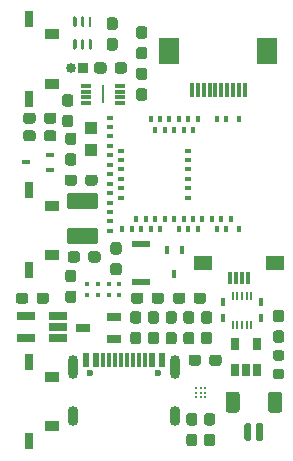
<source format=gbr>
%TF.GenerationSoftware,KiCad,Pcbnew,(5.99.0-2309-gaf729d578)*%
%TF.CreationDate,2020-08-01T12:07:06-04:00*%
%TF.ProjectId,mk2,6d6b322e-6b69-4636-9164-5f7063625858,rev?*%
%TF.SameCoordinates,Original*%
%TF.FileFunction,Soldermask,Top*%
%TF.FilePolarity,Negative*%
%FSLAX46Y46*%
G04 Gerber Fmt 4.6, Leading zero omitted, Abs format (unit mm)*
G04 Created by KiCad (PCBNEW (5.99.0-2309-gaf729d578)) date 2020-08-01 12:07:06*
%MOMM*%
%LPD*%
G01*
G04 APERTURE LIST*
%ADD10R,0.450000X0.655000*%
%ADD11R,0.230000X0.750000*%
%ADD12R,1.650000X1.300000*%
%ADD13R,0.300000X1.000000*%
%ADD14R,0.400000X0.420000*%
%ADD15C,0.229500*%
%ADD16R,0.292474X0.965347*%
%ADD17R,0.200000X1.600000*%
%ADD18R,0.890000X0.300000*%
%ADD19R,0.300000X1.300000*%
%ADD20R,1.800000X2.200000*%
%ADD21O,0.850000X0.850000*%
%ADD22R,0.850000X0.850000*%
%ADD23R,0.700000X0.450000*%
%ADD24R,0.600000X1.160000*%
%ADD25C,0.600000*%
%ADD26R,0.300000X1.160000*%
%ADD27O,0.900000X1.700000*%
%ADD28O,0.900000X2.000000*%
%ADD29R,0.800000X1.450000*%
%ADD30R,1.270000X0.900000*%
%ADD31R,0.450000X0.700000*%
%ADD32R,1.100000X1.050000*%
%ADD33R,0.650000X1.060000*%
%ADD34R,1.560000X0.650000*%
%ADD35R,1.500000X0.550000*%
%ADD36R,0.400000X0.600000*%
%ADD37R,0.600000X0.400000*%
%ADD38R,1.220000X0.650000*%
G04 APERTURE END LIST*
%TO.C,R16*%
G36*
G01*
X14025000Y-21512500D02*
X14025000Y-21987500D01*
G75*
G02*
X13787500Y-22225000I-237500J0D01*
G01*
X13212500Y-22225000D01*
G75*
G02*
X12975000Y-21987500I0J237500D01*
G01*
X12975000Y-21512500D01*
G75*
G02*
X13212500Y-21275000I237500J0D01*
G01*
X13787500Y-21275000D01*
G75*
G02*
X14025000Y-21512500I0J-237500D01*
G01*
G37*
G36*
G01*
X15775000Y-21512500D02*
X15775000Y-21987500D01*
G75*
G02*
X15537500Y-22225000I-237500J0D01*
G01*
X14962500Y-22225000D01*
G75*
G02*
X14725000Y-21987500I0J237500D01*
G01*
X14725000Y-21512500D01*
G75*
G02*
X14962500Y-21275000I237500J0D01*
G01*
X15537500Y-21275000D01*
G75*
G02*
X15775000Y-21512500I0J-237500D01*
G01*
G37*
%TD*%
%TO.C,R15*%
G36*
G01*
X14025000Y-23012500D02*
X14025000Y-23487500D01*
G75*
G02*
X13787500Y-23725000I-237500J0D01*
G01*
X13212500Y-23725000D01*
G75*
G02*
X12975000Y-23487500I0J237500D01*
G01*
X12975000Y-23012500D01*
G75*
G02*
X13212500Y-22775000I237500J0D01*
G01*
X13787500Y-22775000D01*
G75*
G02*
X14025000Y-23012500I0J-237500D01*
G01*
G37*
G36*
G01*
X15775000Y-23012500D02*
X15775000Y-23487500D01*
G75*
G02*
X15537500Y-23725000I-237500J0D01*
G01*
X14962500Y-23725000D01*
G75*
G02*
X14725000Y-23487500I0J237500D01*
G01*
X14725000Y-23012500D01*
G75*
G02*
X14962500Y-22775000I237500J0D01*
G01*
X15537500Y-22775000D01*
G75*
G02*
X15775000Y-23012500I0J-237500D01*
G01*
G37*
%TD*%
%TO.C,R14*%
G36*
G01*
X23850000Y-37237500D02*
X23850000Y-36762500D01*
G75*
G02*
X24087500Y-36525000I237500J0D01*
G01*
X24662500Y-36525000D01*
G75*
G02*
X24900000Y-36762500I0J-237500D01*
G01*
X24900000Y-37237500D01*
G75*
G02*
X24662500Y-37475000I-237500J0D01*
G01*
X24087500Y-37475000D01*
G75*
G02*
X23850000Y-37237500I0J237500D01*
G01*
G37*
G36*
G01*
X22100000Y-37237500D02*
X22100000Y-36762500D01*
G75*
G02*
X22337500Y-36525000I237500J0D01*
G01*
X22912500Y-36525000D01*
G75*
G02*
X23150000Y-36762500I0J-237500D01*
G01*
X23150000Y-37237500D01*
G75*
G02*
X22912500Y-37475000I-237500J0D01*
G01*
X22337500Y-37475000D01*
G75*
G02*
X22100000Y-37237500I0J237500D01*
G01*
G37*
%TD*%
%TO.C,R13*%
G36*
G01*
X27401000Y-37237500D02*
X27401000Y-36762500D01*
G75*
G02*
X27638500Y-36525000I237500J0D01*
G01*
X28213500Y-36525000D01*
G75*
G02*
X28451000Y-36762500I0J-237500D01*
G01*
X28451000Y-37237500D01*
G75*
G02*
X28213500Y-37475000I-237500J0D01*
G01*
X27638500Y-37475000D01*
G75*
G02*
X27401000Y-37237500I0J237500D01*
G01*
G37*
G36*
G01*
X25651000Y-37237500D02*
X25651000Y-36762500D01*
G75*
G02*
X25888500Y-36525000I237500J0D01*
G01*
X26463500Y-36525000D01*
G75*
G02*
X26701000Y-36762500I0J-237500D01*
G01*
X26701000Y-37237500D01*
G75*
G02*
X26463500Y-37475000I-237500J0D01*
G01*
X25888500Y-37475000D01*
G75*
G02*
X25651000Y-37237500I0J237500D01*
G01*
G37*
%TD*%
%TO.C,R12*%
G36*
G01*
X27237500Y-39150000D02*
X26762500Y-39150000D01*
G75*
G02*
X26525000Y-38912500I0J237500D01*
G01*
X26525000Y-38337500D01*
G75*
G02*
X26762500Y-38100000I237500J0D01*
G01*
X27237500Y-38100000D01*
G75*
G02*
X27475000Y-38337500I0J-237500D01*
G01*
X27475000Y-38912500D01*
G75*
G02*
X27237500Y-39150000I-237500J0D01*
G01*
G37*
G36*
G01*
X27237500Y-40900000D02*
X26762500Y-40900000D01*
G75*
G02*
X26525000Y-40662500I0J237500D01*
G01*
X26525000Y-40087500D01*
G75*
G02*
X26762500Y-39850000I237500J0D01*
G01*
X27237500Y-39850000D01*
G75*
G02*
X27475000Y-40087500I0J-237500D01*
G01*
X27475000Y-40662500D01*
G75*
G02*
X27237500Y-40900000I-237500J0D01*
G01*
G37*
%TD*%
%TO.C,R11*%
G36*
G01*
X22737500Y-39150000D02*
X22262500Y-39150000D01*
G75*
G02*
X22025000Y-38912500I0J237500D01*
G01*
X22025000Y-38337500D01*
G75*
G02*
X22262500Y-38100000I237500J0D01*
G01*
X22737500Y-38100000D01*
G75*
G02*
X22975000Y-38337500I0J-237500D01*
G01*
X22975000Y-38912500D01*
G75*
G02*
X22737500Y-39150000I-237500J0D01*
G01*
G37*
G36*
G01*
X22737500Y-40900000D02*
X22262500Y-40900000D01*
G75*
G02*
X22025000Y-40662500I0J237500D01*
G01*
X22025000Y-40087500D01*
G75*
G02*
X22262500Y-39850000I237500J0D01*
G01*
X22737500Y-39850000D01*
G75*
G02*
X22975000Y-40087500I0J-237500D01*
G01*
X22975000Y-40662500D01*
G75*
G02*
X22737500Y-40900000I-237500J0D01*
G01*
G37*
%TD*%
%TO.C,R9*%
G36*
G01*
X28262500Y-39850000D02*
X28737500Y-39850000D01*
G75*
G02*
X28975000Y-40087500I0J-237500D01*
G01*
X28975000Y-40662500D01*
G75*
G02*
X28737500Y-40900000I-237500J0D01*
G01*
X28262500Y-40900000D01*
G75*
G02*
X28025000Y-40662500I0J237500D01*
G01*
X28025000Y-40087500D01*
G75*
G02*
X28262500Y-39850000I237500J0D01*
G01*
G37*
G36*
G01*
X28262500Y-38100000D02*
X28737500Y-38100000D01*
G75*
G02*
X28975000Y-38337500I0J-237500D01*
G01*
X28975000Y-38912500D01*
G75*
G02*
X28737500Y-39150000I-237500J0D01*
G01*
X28262500Y-39150000D01*
G75*
G02*
X28025000Y-38912500I0J237500D01*
G01*
X28025000Y-38337500D01*
G75*
G02*
X28262500Y-38100000I237500J0D01*
G01*
G37*
%TD*%
%TO.C,R6*%
G36*
G01*
X21065500Y-33305000D02*
X20590500Y-33305000D01*
G75*
G02*
X20353000Y-33067500I0J237500D01*
G01*
X20353000Y-32492500D01*
G75*
G02*
X20590500Y-32255000I237500J0D01*
G01*
X21065500Y-32255000D01*
G75*
G02*
X21303000Y-32492500I0J-237500D01*
G01*
X21303000Y-33067500D01*
G75*
G02*
X21065500Y-33305000I-237500J0D01*
G01*
G37*
G36*
G01*
X21065500Y-35055000D02*
X20590500Y-35055000D01*
G75*
G02*
X20353000Y-34817500I0J237500D01*
G01*
X20353000Y-34242500D01*
G75*
G02*
X20590500Y-34005000I237500J0D01*
G01*
X21065500Y-34005000D01*
G75*
G02*
X21303000Y-34242500I0J-237500D01*
G01*
X21303000Y-34817500D01*
G75*
G02*
X21065500Y-35055000I-237500J0D01*
G01*
G37*
%TD*%
%TO.C,R5*%
G36*
G01*
X34356500Y-39725000D02*
X34831500Y-39725000D01*
G75*
G02*
X35069000Y-39962500I0J-237500D01*
G01*
X35069000Y-40537500D01*
G75*
G02*
X34831500Y-40775000I-237500J0D01*
G01*
X34356500Y-40775000D01*
G75*
G02*
X34119000Y-40537500I0J237500D01*
G01*
X34119000Y-39962500D01*
G75*
G02*
X34356500Y-39725000I237500J0D01*
G01*
G37*
G36*
G01*
X34356500Y-37975000D02*
X34831500Y-37975000D01*
G75*
G02*
X35069000Y-38212500I0J-237500D01*
G01*
X35069000Y-38787500D01*
G75*
G02*
X34831500Y-39025000I-237500J0D01*
G01*
X34356500Y-39025000D01*
G75*
G02*
X34119000Y-38787500I0J237500D01*
G01*
X34119000Y-38212500D01*
G75*
G02*
X34356500Y-37975000I237500J0D01*
G01*
G37*
%TD*%
%TO.C,R4*%
G36*
G01*
X25262500Y-39850000D02*
X25737500Y-39850000D01*
G75*
G02*
X25975000Y-40087500I0J-237500D01*
G01*
X25975000Y-40662500D01*
G75*
G02*
X25737500Y-40900000I-237500J0D01*
G01*
X25262500Y-40900000D01*
G75*
G02*
X25025000Y-40662500I0J237500D01*
G01*
X25025000Y-40087500D01*
G75*
G02*
X25262500Y-39850000I237500J0D01*
G01*
G37*
G36*
G01*
X25262500Y-38100000D02*
X25737500Y-38100000D01*
G75*
G02*
X25975000Y-38337500I0J-237500D01*
G01*
X25975000Y-38912500D01*
G75*
G02*
X25737500Y-39150000I-237500J0D01*
G01*
X25262500Y-39150000D01*
G75*
G02*
X25025000Y-38912500I0J237500D01*
G01*
X25025000Y-38337500D01*
G75*
G02*
X25262500Y-38100000I237500J0D01*
G01*
G37*
%TD*%
%TO.C,R3*%
G36*
G01*
X23762500Y-39850000D02*
X24237500Y-39850000D01*
G75*
G02*
X24475000Y-40087500I0J-237500D01*
G01*
X24475000Y-40662500D01*
G75*
G02*
X24237500Y-40900000I-237500J0D01*
G01*
X23762500Y-40900000D01*
G75*
G02*
X23525000Y-40662500I0J237500D01*
G01*
X23525000Y-40087500D01*
G75*
G02*
X23762500Y-39850000I237500J0D01*
G01*
G37*
G36*
G01*
X23762500Y-38100000D02*
X24237500Y-38100000D01*
G75*
G02*
X24475000Y-38337500I0J-237500D01*
G01*
X24475000Y-38912500D01*
G75*
G02*
X24237500Y-39150000I-237500J0D01*
G01*
X23762500Y-39150000D01*
G75*
G02*
X23525000Y-38912500I0J237500D01*
G01*
X23525000Y-38337500D01*
G75*
G02*
X23762500Y-38100000I237500J0D01*
G01*
G37*
%TD*%
%TO.C,C20*%
G36*
G01*
X28025000Y-42012500D02*
X28025000Y-42487500D01*
G75*
G02*
X27787500Y-42725000I-237500J0D01*
G01*
X27212500Y-42725000D01*
G75*
G02*
X26975000Y-42487500I0J237500D01*
G01*
X26975000Y-42012500D01*
G75*
G02*
X27212500Y-41775000I237500J0D01*
G01*
X27787500Y-41775000D01*
G75*
G02*
X28025000Y-42012500I0J-237500D01*
G01*
G37*
G36*
G01*
X29775000Y-42012500D02*
X29775000Y-42487500D01*
G75*
G02*
X29537500Y-42725000I-237500J0D01*
G01*
X28962500Y-42725000D01*
G75*
G02*
X28725000Y-42487500I0J237500D01*
G01*
X28725000Y-42012500D01*
G75*
G02*
X28962500Y-41775000I237500J0D01*
G01*
X29537500Y-41775000D01*
G75*
G02*
X29775000Y-42012500I0J-237500D01*
G01*
G37*
%TD*%
%TO.C,C10*%
G36*
G01*
X27487500Y-47775000D02*
X27012500Y-47775000D01*
G75*
G02*
X26775000Y-47537500I0J237500D01*
G01*
X26775000Y-46962500D01*
G75*
G02*
X27012500Y-46725000I237500J0D01*
G01*
X27487500Y-46725000D01*
G75*
G02*
X27725000Y-46962500I0J-237500D01*
G01*
X27725000Y-47537500D01*
G75*
G02*
X27487500Y-47775000I-237500J0D01*
G01*
G37*
G36*
G01*
X27487500Y-49525000D02*
X27012500Y-49525000D01*
G75*
G02*
X26775000Y-49287500I0J237500D01*
G01*
X26775000Y-48712500D01*
G75*
G02*
X27012500Y-48475000I237500J0D01*
G01*
X27487500Y-48475000D01*
G75*
G02*
X27725000Y-48712500I0J-237500D01*
G01*
X27725000Y-49287500D01*
G75*
G02*
X27487500Y-49525000I-237500J0D01*
G01*
G37*
%TD*%
%TO.C,C9*%
G36*
G01*
X23237500Y-15025000D02*
X22762500Y-15025000D01*
G75*
G02*
X22525000Y-14787500I0J237500D01*
G01*
X22525000Y-14212500D01*
G75*
G02*
X22762500Y-13975000I237500J0D01*
G01*
X23237500Y-13975000D01*
G75*
G02*
X23475000Y-14212500I0J-237500D01*
G01*
X23475000Y-14787500D01*
G75*
G02*
X23237500Y-15025000I-237500J0D01*
G01*
G37*
G36*
G01*
X23237500Y-16775000D02*
X22762500Y-16775000D01*
G75*
G02*
X22525000Y-16537500I0J237500D01*
G01*
X22525000Y-15962500D01*
G75*
G02*
X22762500Y-15725000I237500J0D01*
G01*
X23237500Y-15725000D01*
G75*
G02*
X23475000Y-15962500I0J-237500D01*
G01*
X23475000Y-16537500D01*
G75*
G02*
X23237500Y-16775000I-237500J0D01*
G01*
G37*
%TD*%
%TO.C,C8*%
G36*
G01*
X23237500Y-18525000D02*
X22762500Y-18525000D01*
G75*
G02*
X22525000Y-18287500I0J237500D01*
G01*
X22525000Y-17712500D01*
G75*
G02*
X22762500Y-17475000I237500J0D01*
G01*
X23237500Y-17475000D01*
G75*
G02*
X23475000Y-17712500I0J-237500D01*
G01*
X23475000Y-18287500D01*
G75*
G02*
X23237500Y-18525000I-237500J0D01*
G01*
G37*
G36*
G01*
X23237500Y-20275000D02*
X22762500Y-20275000D01*
G75*
G02*
X22525000Y-20037500I0J237500D01*
G01*
X22525000Y-19462500D01*
G75*
G02*
X22762500Y-19225000I237500J0D01*
G01*
X23237500Y-19225000D01*
G75*
G02*
X23475000Y-19462500I0J-237500D01*
G01*
X23475000Y-20037500D01*
G75*
G02*
X23237500Y-20275000I-237500J0D01*
G01*
G37*
%TD*%
%TO.C,C7*%
G36*
G01*
X28512500Y-48475000D02*
X28987500Y-48475000D01*
G75*
G02*
X29225000Y-48712500I0J-237500D01*
G01*
X29225000Y-49287500D01*
G75*
G02*
X28987500Y-49525000I-237500J0D01*
G01*
X28512500Y-49525000D01*
G75*
G02*
X28275000Y-49287500I0J237500D01*
G01*
X28275000Y-48712500D01*
G75*
G02*
X28512500Y-48475000I237500J0D01*
G01*
G37*
G36*
G01*
X28512500Y-46725000D02*
X28987500Y-46725000D01*
G75*
G02*
X29225000Y-46962500I0J-237500D01*
G01*
X29225000Y-47537500D01*
G75*
G02*
X28987500Y-47775000I-237500J0D01*
G01*
X28512500Y-47775000D01*
G75*
G02*
X28275000Y-47537500I0J237500D01*
G01*
X28275000Y-46962500D01*
G75*
G02*
X28512500Y-46725000I237500J0D01*
G01*
G37*
%TD*%
%TO.C,C6*%
G36*
G01*
X20025000Y-17262500D02*
X20025000Y-17737500D01*
G75*
G02*
X19787500Y-17975000I-237500J0D01*
G01*
X19212500Y-17975000D01*
G75*
G02*
X18975000Y-17737500I0J237500D01*
G01*
X18975000Y-17262500D01*
G75*
G02*
X19212500Y-17025000I237500J0D01*
G01*
X19787500Y-17025000D01*
G75*
G02*
X20025000Y-17262500I0J-237500D01*
G01*
G37*
G36*
G01*
X21775000Y-17262500D02*
X21775000Y-17737500D01*
G75*
G02*
X21537500Y-17975000I-237500J0D01*
G01*
X20962500Y-17975000D01*
G75*
G02*
X20725000Y-17737500I0J237500D01*
G01*
X20725000Y-17262500D01*
G75*
G02*
X20962500Y-17025000I237500J0D01*
G01*
X21537500Y-17025000D01*
G75*
G02*
X21775000Y-17262500I0J-237500D01*
G01*
G37*
%TD*%
%TO.C,C4*%
G36*
G01*
X16762500Y-36350000D02*
X17237500Y-36350000D01*
G75*
G02*
X17475000Y-36587500I0J-237500D01*
G01*
X17475000Y-37162500D01*
G75*
G02*
X17237500Y-37400000I-237500J0D01*
G01*
X16762500Y-37400000D01*
G75*
G02*
X16525000Y-37162500I0J237500D01*
G01*
X16525000Y-36587500D01*
G75*
G02*
X16762500Y-36350000I237500J0D01*
G01*
G37*
G36*
G01*
X16762500Y-34600000D02*
X17237500Y-34600000D01*
G75*
G02*
X17475000Y-34837500I0J-237500D01*
G01*
X17475000Y-35412500D01*
G75*
G02*
X17237500Y-35650000I-237500J0D01*
G01*
X16762500Y-35650000D01*
G75*
G02*
X16525000Y-35412500I0J237500D01*
G01*
X16525000Y-34837500D01*
G75*
G02*
X16762500Y-34600000I237500J0D01*
G01*
G37*
%TD*%
%TO.C,C3*%
G36*
G01*
X17525000Y-26762500D02*
X17525000Y-27237500D01*
G75*
G02*
X17287500Y-27475000I-237500J0D01*
G01*
X16712500Y-27475000D01*
G75*
G02*
X16475000Y-27237500I0J237500D01*
G01*
X16475000Y-26762500D01*
G75*
G02*
X16712500Y-26525000I237500J0D01*
G01*
X17287500Y-26525000D01*
G75*
G02*
X17525000Y-26762500I0J-237500D01*
G01*
G37*
G36*
G01*
X19275000Y-26762500D02*
X19275000Y-27237500D01*
G75*
G02*
X19037500Y-27475000I-237500J0D01*
G01*
X18462500Y-27475000D01*
G75*
G02*
X18225000Y-27237500I0J237500D01*
G01*
X18225000Y-26762500D01*
G75*
G02*
X18462500Y-26525000I237500J0D01*
G01*
X19037500Y-26525000D01*
G75*
G02*
X19275000Y-26762500I0J-237500D01*
G01*
G37*
%TD*%
%TO.C,C2*%
G36*
G01*
X16762500Y-24725000D02*
X17237500Y-24725000D01*
G75*
G02*
X17475000Y-24962500I0J-237500D01*
G01*
X17475000Y-25537500D01*
G75*
G02*
X17237500Y-25775000I-237500J0D01*
G01*
X16762500Y-25775000D01*
G75*
G02*
X16525000Y-25537500I0J237500D01*
G01*
X16525000Y-24962500D01*
G75*
G02*
X16762500Y-24725000I237500J0D01*
G01*
G37*
G36*
G01*
X16762500Y-22975000D02*
X17237500Y-22975000D01*
G75*
G02*
X17475000Y-23212500I0J-237500D01*
G01*
X17475000Y-23787500D01*
G75*
G02*
X17237500Y-24025000I-237500J0D01*
G01*
X16762500Y-24025000D01*
G75*
G02*
X16525000Y-23787500I0J237500D01*
G01*
X16525000Y-23212500D01*
G75*
G02*
X16762500Y-22975000I237500J0D01*
G01*
G37*
%TD*%
%TO.C,C1*%
G36*
G01*
X16512500Y-21475000D02*
X16987500Y-21475000D01*
G75*
G02*
X17225000Y-21712500I0J-237500D01*
G01*
X17225000Y-22287500D01*
G75*
G02*
X16987500Y-22525000I-237500J0D01*
G01*
X16512500Y-22525000D01*
G75*
G02*
X16275000Y-22287500I0J237500D01*
G01*
X16275000Y-21712500D01*
G75*
G02*
X16512500Y-21475000I237500J0D01*
G01*
G37*
G36*
G01*
X16512500Y-19725000D02*
X16987500Y-19725000D01*
G75*
G02*
X17225000Y-19962500I0J-237500D01*
G01*
X17225000Y-20537500D01*
G75*
G02*
X16987500Y-20775000I-237500J0D01*
G01*
X16512500Y-20775000D01*
G75*
G02*
X16275000Y-20537500I0J237500D01*
G01*
X16275000Y-19962500D01*
G75*
G02*
X16512500Y-19725000I237500J0D01*
G01*
G37*
%TD*%
D10*
%TO.C,P1*%
X33100000Y-37297500D03*
X33100000Y-38702500D03*
X29900000Y-38702500D03*
X29900000Y-37297500D03*
D11*
X32300000Y-36775000D03*
X30700000Y-36775000D03*
X31900000Y-36775000D03*
X31100000Y-36775000D03*
X31500000Y-36775000D03*
X32300000Y-39225000D03*
X30700000Y-39225000D03*
X31900000Y-39225000D03*
X31100000Y-39225000D03*
X31500000Y-39225000D03*
%TD*%
D12*
%TO.C,J5*%
X34250000Y-34000000D03*
X28225000Y-34000000D03*
D13*
X32000000Y-35250000D03*
X30500000Y-35250000D03*
X31000000Y-35250000D03*
X31500000Y-35250000D03*
%TD*%
D14*
%TO.C,IC2*%
X18400000Y-35800000D03*
X19300000Y-35800000D03*
X20200000Y-35800000D03*
X21100000Y-35800000D03*
X18400000Y-36700000D03*
X19300000Y-36700000D03*
X20200000Y-36700000D03*
X21100000Y-36700000D03*
%TD*%
%TO.C,JP1*%
G36*
G01*
X34850250Y-42275000D02*
X34337750Y-42275000D01*
G75*
G02*
X34119000Y-42056250I0J218750D01*
G01*
X34119000Y-41618750D01*
G75*
G02*
X34337750Y-41400000I218750J0D01*
G01*
X34850250Y-41400000D01*
G75*
G02*
X35069000Y-41618750I0J-218750D01*
G01*
X35069000Y-42056250D01*
G75*
G02*
X34850250Y-42275000I-218750J0D01*
G01*
G37*
G36*
G01*
X34850250Y-43850000D02*
X34337750Y-43850000D01*
G75*
G02*
X34119000Y-43631250I0J218750D01*
G01*
X34119000Y-43193750D01*
G75*
G02*
X34337750Y-42975000I218750J0D01*
G01*
X34850250Y-42975000D01*
G75*
G02*
X35069000Y-43193750I0J-218750D01*
G01*
X35069000Y-43631250D01*
G75*
G02*
X34850250Y-43850000I-218750J0D01*
G01*
G37*
%TD*%
%TO.C,BT1*%
G36*
G01*
X33700000Y-46450000D02*
X33700000Y-45150000D01*
G75*
G02*
X33950000Y-44900000I250000J0D01*
G01*
X34650000Y-44900000D01*
G75*
G02*
X34900000Y-45150000I0J-250000D01*
G01*
X34900000Y-46450000D01*
G75*
G02*
X34650000Y-46700000I-250000J0D01*
G01*
X33950000Y-46700000D01*
G75*
G02*
X33700000Y-46450000I0J250000D01*
G01*
G37*
G36*
G01*
X30100000Y-46450000D02*
X30100000Y-45150000D01*
G75*
G02*
X30350000Y-44900000I250000J0D01*
G01*
X31050000Y-44900000D01*
G75*
G02*
X31300000Y-45150000I0J-250000D01*
G01*
X31300000Y-46450000D01*
G75*
G02*
X31050000Y-46700000I-250000J0D01*
G01*
X30350000Y-46700000D01*
G75*
G02*
X30100000Y-46450000I0J250000D01*
G01*
G37*
G36*
G01*
X32700000Y-48950000D02*
X32700000Y-47700000D01*
G75*
G02*
X32850000Y-47550000I150000J0D01*
G01*
X33150000Y-47550000D01*
G75*
G02*
X33300000Y-47700000I0J-150000D01*
G01*
X33300000Y-48950000D01*
G75*
G02*
X33150000Y-49100000I-150000J0D01*
G01*
X32850000Y-49100000D01*
G75*
G02*
X32700000Y-48950000I0J150000D01*
G01*
G37*
G36*
G01*
X31700000Y-48950000D02*
X31700000Y-47700000D01*
G75*
G02*
X31850000Y-47550000I150000J0D01*
G01*
X32150000Y-47550000D01*
G75*
G02*
X32300000Y-47700000I0J-150000D01*
G01*
X32300000Y-48950000D01*
G75*
G02*
X32150000Y-49100000I-150000J0D01*
G01*
X31850000Y-49100000D01*
G75*
G02*
X31700000Y-48950000I0J150000D01*
G01*
G37*
%TD*%
D15*
%TO.C,U6*%
X28400000Y-45400000D03*
X28000000Y-45400000D03*
X27600000Y-45400000D03*
X28400000Y-45000000D03*
X28000000Y-45000000D03*
X27600000Y-45000000D03*
X28400000Y-44600000D03*
X28000000Y-44600000D03*
X27600000Y-44600000D03*
%TD*%
%TO.C,U5*%
G36*
G01*
X18650000Y-15017327D02*
X18650000Y-15017327D01*
G75*
G02*
X18796237Y-15163564I0J-146237D01*
G01*
X18796237Y-15836436D01*
G75*
G02*
X18650000Y-15982673I-146237J0D01*
G01*
X18650000Y-15982673D01*
G75*
G02*
X18503763Y-15836436I0J146237D01*
G01*
X18503763Y-15163564D01*
G75*
G02*
X18650000Y-15017327I146237J0D01*
G01*
G37*
G36*
G01*
X18000000Y-15017327D02*
X18000000Y-15017327D01*
G75*
G02*
X18146237Y-15163564I0J-146237D01*
G01*
X18146237Y-15836436D01*
G75*
G02*
X18000000Y-15982673I-146237J0D01*
G01*
X18000000Y-15982673D01*
G75*
G02*
X17853763Y-15836436I0J146237D01*
G01*
X17853763Y-15163564D01*
G75*
G02*
X18000000Y-15017327I146237J0D01*
G01*
G37*
G36*
G01*
X17350000Y-15017327D02*
X17350000Y-15017327D01*
G75*
G02*
X17496237Y-15163564I0J-146237D01*
G01*
X17496237Y-15836436D01*
G75*
G02*
X17350000Y-15982673I-146237J0D01*
G01*
X17350000Y-15982673D01*
G75*
G02*
X17203763Y-15836436I0J146237D01*
G01*
X17203763Y-15163564D01*
G75*
G02*
X17350000Y-15017327I146237J0D01*
G01*
G37*
G36*
G01*
X17350000Y-13110200D02*
X17350000Y-13110200D01*
G75*
G02*
X17496237Y-13256437I0J-146237D01*
G01*
X17496237Y-13929309D01*
G75*
G02*
X17350000Y-14075546I-146237J0D01*
G01*
X17350000Y-14075546D01*
G75*
G02*
X17203763Y-13929309I0J146237D01*
G01*
X17203763Y-13256437D01*
G75*
G02*
X17350000Y-13110200I146237J0D01*
G01*
G37*
G36*
G01*
X18000000Y-13110200D02*
X18000000Y-13110200D01*
G75*
G02*
X18146237Y-13256437I0J-146237D01*
G01*
X18146237Y-13929309D01*
G75*
G02*
X18000000Y-14075546I-146237J0D01*
G01*
X18000000Y-14075546D01*
G75*
G02*
X17853763Y-13929309I0J146237D01*
G01*
X17853763Y-13256437D01*
G75*
G02*
X18000000Y-13110200I146237J0D01*
G01*
G37*
D16*
X18650000Y-13592873D03*
%TD*%
D17*
%TO.C,U1*%
X19750000Y-19750000D03*
D18*
X21170000Y-19000000D03*
X21170000Y-19500000D03*
X21170000Y-20000000D03*
X21170000Y-20500000D03*
X18330000Y-20500000D03*
X18330000Y-20000000D03*
X18330000Y-19500000D03*
X18330000Y-19000000D03*
%TD*%
D19*
%TO.C,J1*%
X27250000Y-19350000D03*
X27750000Y-19350000D03*
X28250000Y-19350000D03*
X28750000Y-19350000D03*
X29250000Y-19350000D03*
X29750000Y-19350000D03*
X30250000Y-19350000D03*
X30750000Y-19350000D03*
X31250000Y-19350000D03*
X31750000Y-19350000D03*
D20*
X33650000Y-16100000D03*
X25350000Y-16100000D03*
%TD*%
D21*
%TO.C,J3*%
X17000000Y-17500000D03*
D22*
X18000000Y-17500000D03*
%TD*%
D23*
%TO.C,Q4*%
X13250000Y-25500000D03*
X15250000Y-24850000D03*
X15250000Y-26150000D03*
%TD*%
D24*
%TO.C,J2*%
X24700000Y-42240000D03*
X23900000Y-42240000D03*
X18300000Y-42240000D03*
X19100000Y-42240000D03*
D25*
X18610000Y-43300000D03*
X24390000Y-43300000D03*
D26*
X23250000Y-42240000D03*
X22250000Y-42240000D03*
X22750000Y-42240000D03*
X20250000Y-42240000D03*
X19750000Y-42240000D03*
X21750000Y-42240000D03*
X21250000Y-42240000D03*
X20750000Y-42240000D03*
D27*
X25820000Y-46990000D03*
X17180000Y-46990000D03*
D28*
X25820000Y-42820000D03*
X17180000Y-42820000D03*
%TD*%
D29*
%TO.C,SW4*%
X13500000Y-49125000D03*
X13500000Y-42375000D03*
D30*
X15385000Y-47850000D03*
X15385000Y-43650000D03*
%TD*%
D29*
%TO.C,SW2*%
X13500000Y-20125000D03*
X13500000Y-13375000D03*
D30*
X15385000Y-18850000D03*
X15385000Y-14650000D03*
%TD*%
D29*
%TO.C,SW1*%
X13500000Y-34625000D03*
X13500000Y-27875000D03*
D30*
X15385000Y-33350000D03*
X15385000Y-29150000D03*
%TD*%
D31*
%TO.C,Q3*%
X25781000Y-34909000D03*
X25131000Y-32909000D03*
X26431000Y-32909000D03*
%TD*%
%TO.C,C5*%
G36*
G01*
X19074999Y-29475000D02*
X16925001Y-29475000D01*
G75*
G02*
X16675000Y-29224999I0J250001D01*
G01*
X16675000Y-28300001D01*
G75*
G02*
X16925001Y-28050000I250001J0D01*
G01*
X19074999Y-28050000D01*
G75*
G02*
X19325000Y-28300001I0J-250001D01*
G01*
X19325000Y-29224999D01*
G75*
G02*
X19074999Y-29475000I-250001J0D01*
G01*
G37*
G36*
G01*
X19074999Y-32450000D02*
X16925001Y-32450000D01*
G75*
G02*
X16675000Y-32199999I0J250001D01*
G01*
X16675000Y-31275001D01*
G75*
G02*
X16925001Y-31025000I250001J0D01*
G01*
X19074999Y-31025000D01*
G75*
G02*
X19325000Y-31275001I0J-250001D01*
G01*
X19325000Y-32199999D01*
G75*
G02*
X19074999Y-32450000I-250001J0D01*
G01*
G37*
%TD*%
D32*
%TO.C,Y1*%
X18750000Y-22575000D03*
X18750000Y-24425000D03*
%TD*%
D33*
%TO.C,U3*%
X30894000Y-40900000D03*
X32794000Y-40900000D03*
X32794000Y-43100000D03*
X31844000Y-43100000D03*
X30894000Y-43100000D03*
%TD*%
D34*
%TO.C,U2*%
X13250000Y-40400000D03*
X13250000Y-38500000D03*
X15950000Y-38500000D03*
X15950000Y-39450000D03*
X15950000Y-40400000D03*
%TD*%
D35*
%TO.C,SW_RESET1*%
X22987000Y-35625000D03*
X22987000Y-32375000D03*
%TD*%
%TO.C,L2*%
G36*
G01*
X20737500Y-14275000D02*
X20262500Y-14275000D01*
G75*
G02*
X20025000Y-14037500I0J237500D01*
G01*
X20025000Y-13462500D01*
G75*
G02*
X20262500Y-13225000I237500J0D01*
G01*
X20737500Y-13225000D01*
G75*
G02*
X20975000Y-13462500I0J-237500D01*
G01*
X20975000Y-14037500D01*
G75*
G02*
X20737500Y-14275000I-237500J0D01*
G01*
G37*
G36*
G01*
X20737500Y-16025000D02*
X20262500Y-16025000D01*
G75*
G02*
X20025000Y-15787500I0J237500D01*
G01*
X20025000Y-15212500D01*
G75*
G02*
X20262500Y-14975000I237500J0D01*
G01*
X20737500Y-14975000D01*
G75*
G02*
X20975000Y-15212500I0J-237500D01*
G01*
X20975000Y-15787500D01*
G75*
G02*
X20737500Y-16025000I-237500J0D01*
G01*
G37*
%TD*%
%TO.C,L1*%
G36*
G01*
X13400000Y-36762500D02*
X13400000Y-37237500D01*
G75*
G02*
X13162500Y-37475000I-237500J0D01*
G01*
X12587500Y-37475000D01*
G75*
G02*
X12350000Y-37237500I0J237500D01*
G01*
X12350000Y-36762500D01*
G75*
G02*
X12587500Y-36525000I237500J0D01*
G01*
X13162500Y-36525000D01*
G75*
G02*
X13400000Y-36762500I0J-237500D01*
G01*
G37*
G36*
G01*
X15150000Y-36762500D02*
X15150000Y-37237500D01*
G75*
G02*
X14912500Y-37475000I-237500J0D01*
G01*
X14337500Y-37475000D01*
G75*
G02*
X14100000Y-37237500I0J237500D01*
G01*
X14100000Y-36762500D01*
G75*
G02*
X14337500Y-36525000I237500J0D01*
G01*
X14912500Y-36525000D01*
G75*
G02*
X15150000Y-36762500I0J-237500D01*
G01*
G37*
%TD*%
D36*
%TO.C,IC1*%
X31250000Y-21850000D03*
X30150000Y-21850000D03*
X29350000Y-21850000D03*
X27750000Y-21850000D03*
X27350000Y-22750000D03*
X26950000Y-21850000D03*
X26550000Y-22750000D03*
X26150000Y-21850000D03*
X25750000Y-22750000D03*
X25350000Y-21850000D03*
X24950000Y-22750000D03*
X24550000Y-21850000D03*
X24150000Y-22750000D03*
X23750000Y-21850000D03*
D37*
X20350000Y-21700000D03*
X20350000Y-22500000D03*
X20350000Y-23300000D03*
X20350000Y-24100000D03*
X21250000Y-24500000D03*
X20350000Y-24900000D03*
X21250000Y-25300000D03*
X20350000Y-25700000D03*
X21250000Y-26100000D03*
X20350000Y-26500000D03*
X21250000Y-26900000D03*
X20350000Y-27300000D03*
X21250000Y-27700000D03*
X20350000Y-28100000D03*
X21250000Y-28500000D03*
X20350000Y-28900000D03*
X20350000Y-29700000D03*
X20350000Y-30500000D03*
X20350000Y-31300000D03*
D36*
X21350000Y-31150000D03*
X22150000Y-31150000D03*
X22550000Y-30250000D03*
X22950000Y-31150000D03*
X23350000Y-30250000D03*
X23750000Y-31150000D03*
X24150000Y-30250000D03*
X24550000Y-31150000D03*
X24950000Y-30250000D03*
X25750000Y-30250000D03*
X26150000Y-31150000D03*
X26550000Y-30250000D03*
X26950000Y-31150000D03*
X27350000Y-30250000D03*
X27750000Y-31150000D03*
X28150000Y-30250000D03*
X28950000Y-30250000D03*
X29350000Y-31150000D03*
X29750000Y-30250000D03*
X30150000Y-31150000D03*
X30550000Y-30250000D03*
X31250000Y-31150000D03*
D37*
X26950000Y-24500000D03*
X26950000Y-25300000D03*
X26950000Y-26100000D03*
X26950000Y-26900000D03*
X26950000Y-27700000D03*
X26950000Y-28500000D03*
%TD*%
%TO.C,D2*%
G36*
G01*
X18475000Y-33737500D02*
X18475000Y-33262500D01*
G75*
G02*
X18712500Y-33025000I237500J0D01*
G01*
X19287500Y-33025000D01*
G75*
G02*
X19525000Y-33262500I0J-237500D01*
G01*
X19525000Y-33737500D01*
G75*
G02*
X19287500Y-33975000I-237500J0D01*
G01*
X18712500Y-33975000D01*
G75*
G02*
X18475000Y-33737500I0J237500D01*
G01*
G37*
G36*
G01*
X16725000Y-33737500D02*
X16725000Y-33262500D01*
G75*
G02*
X16962500Y-33025000I237500J0D01*
G01*
X17537500Y-33025000D01*
G75*
G02*
X17775000Y-33262500I0J-237500D01*
G01*
X17775000Y-33737500D01*
G75*
G02*
X17537500Y-33975000I-237500J0D01*
G01*
X16962500Y-33975000D01*
G75*
G02*
X16725000Y-33737500I0J237500D01*
G01*
G37*
%TD*%
D38*
%TO.C,D1*%
X18000000Y-39500000D03*
X20620000Y-38550000D03*
X20620000Y-40450000D03*
%TD*%
M02*

</source>
